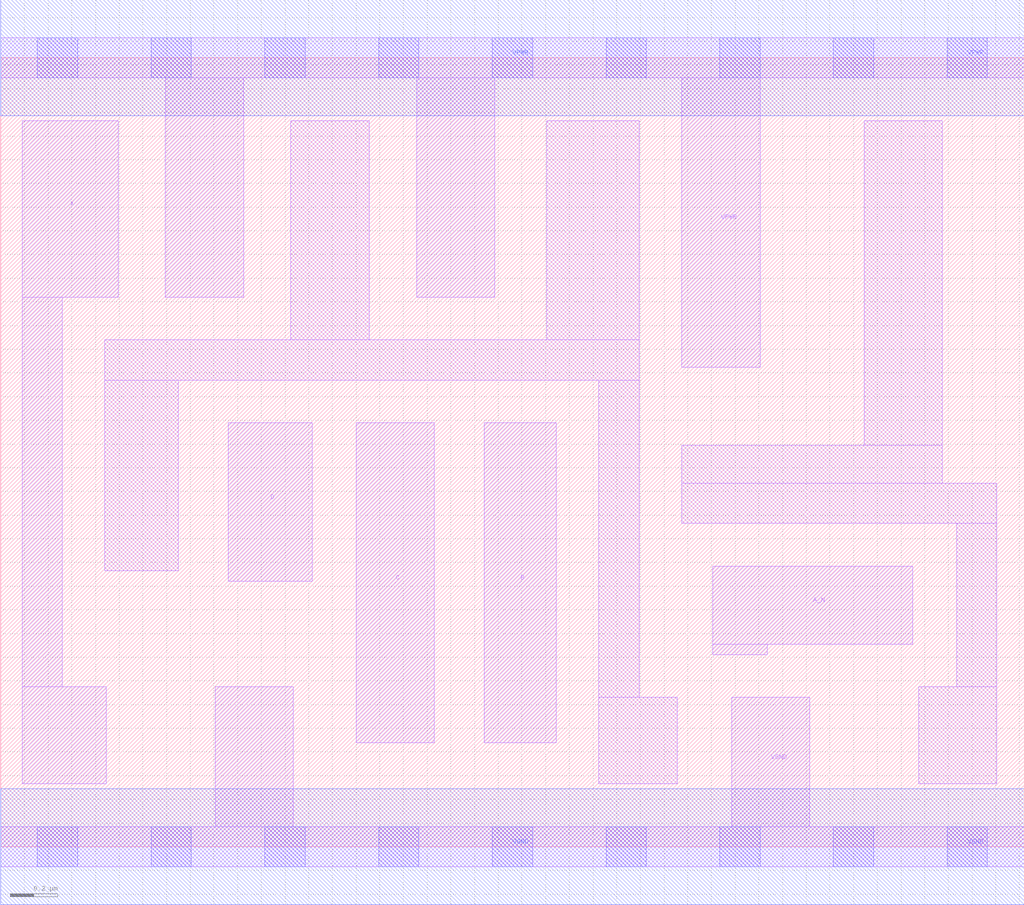
<source format=lef>
# Copyright 2020 The SkyWater PDK Authors
#
# Licensed under the Apache License, Version 2.0 (the "License");
# you may not use this file except in compliance with the License.
# You may obtain a copy of the License at
#
#     https://www.apache.org/licenses/LICENSE-2.0
#
# Unless required by applicable law or agreed to in writing, software
# distributed under the License is distributed on an "AS IS" BASIS,
# WITHOUT WARRANTIES OR CONDITIONS OF ANY KIND, either express or implied.
# See the License for the specific language governing permissions and
# limitations under the License.
#
# SPDX-License-Identifier: Apache-2.0

VERSION 5.7 ;
  NAMESCASESENSITIVE ON ;
  NOWIREEXTENSIONATPIN ON ;
  DIVIDERCHAR "/" ;
  BUSBITCHARS "[]" ;
UNITS
  DATABASE MICRONS 200 ;
END UNITS
MACRO sky130_fd_sc_lp__and4b_lp
  CLASS CORE ;
  SOURCE USER ;
  FOREIGN sky130_fd_sc_lp__and4b_lp ;
  ORIGIN  0.000000  0.000000 ;
  SIZE  4.320000 BY  3.330000 ;
  SYMMETRY X Y R90 ;
  SITE unit ;
  PIN A_N
    ANTENNAGATEAREA  0.376000 ;
    DIRECTION INPUT ;
    USE SIGNAL ;
    PORT
      LAYER li1 ;
        RECT 3.005000 0.810000 3.235000 0.855000 ;
        RECT 3.005000 0.855000 3.850000 1.185000 ;
    END
  END A_N
  PIN B
    ANTENNAGATEAREA  0.313000 ;
    DIRECTION INPUT ;
    USE SIGNAL ;
    PORT
      LAYER li1 ;
        RECT 2.040000 0.440000 2.345000 1.790000 ;
    END
  END B
  PIN C
    ANTENNAGATEAREA  0.313000 ;
    DIRECTION INPUT ;
    USE SIGNAL ;
    PORT
      LAYER li1 ;
        RECT 1.500000 0.440000 1.830000 1.790000 ;
    END
  END C
  PIN D
    ANTENNAGATEAREA  0.313000 ;
    DIRECTION INPUT ;
    USE SIGNAL ;
    PORT
      LAYER li1 ;
        RECT 0.960000 1.120000 1.315000 1.790000 ;
    END
  END D
  PIN X
    ANTENNADIFFAREA  0.404700 ;
    DIRECTION OUTPUT ;
    USE SIGNAL ;
    PORT
      LAYER li1 ;
        RECT 0.090000 0.265000 0.445000 0.675000 ;
        RECT 0.090000 0.675000 0.260000 2.320000 ;
        RECT 0.090000 2.320000 0.495000 3.065000 ;
    END
  END X
  PIN VGND
    DIRECTION INOUT ;
    USE GROUND ;
    PORT
      LAYER li1 ;
        RECT 0.000000 -0.085000 4.320000 0.085000 ;
        RECT 0.905000  0.085000 1.235000 0.675000 ;
        RECT 3.085000  0.085000 3.415000 0.630000 ;
      LAYER mcon ;
        RECT 0.155000 -0.085000 0.325000 0.085000 ;
        RECT 0.635000 -0.085000 0.805000 0.085000 ;
        RECT 1.115000 -0.085000 1.285000 0.085000 ;
        RECT 1.595000 -0.085000 1.765000 0.085000 ;
        RECT 2.075000 -0.085000 2.245000 0.085000 ;
        RECT 2.555000 -0.085000 2.725000 0.085000 ;
        RECT 3.035000 -0.085000 3.205000 0.085000 ;
        RECT 3.515000 -0.085000 3.685000 0.085000 ;
        RECT 3.995000 -0.085000 4.165000 0.085000 ;
      LAYER met1 ;
        RECT 0.000000 -0.245000 4.320000 0.245000 ;
    END
  END VGND
  PIN VPWR
    DIRECTION INOUT ;
    USE POWER ;
    PORT
      LAYER li1 ;
        RECT 0.000000 3.245000 4.320000 3.415000 ;
        RECT 0.695000 2.320000 1.025000 3.245000 ;
        RECT 1.755000 2.320000 2.085000 3.245000 ;
        RECT 2.875000 2.025000 3.205000 3.245000 ;
      LAYER mcon ;
        RECT 0.155000 3.245000 0.325000 3.415000 ;
        RECT 0.635000 3.245000 0.805000 3.415000 ;
        RECT 1.115000 3.245000 1.285000 3.415000 ;
        RECT 1.595000 3.245000 1.765000 3.415000 ;
        RECT 2.075000 3.245000 2.245000 3.415000 ;
        RECT 2.555000 3.245000 2.725000 3.415000 ;
        RECT 3.035000 3.245000 3.205000 3.415000 ;
        RECT 3.515000 3.245000 3.685000 3.415000 ;
        RECT 3.995000 3.245000 4.165000 3.415000 ;
      LAYER met1 ;
        RECT 0.000000 3.085000 4.320000 3.575000 ;
    END
  END VPWR
  OBS
    LAYER li1 ;
      RECT 0.440000 1.165000 0.750000 1.970000 ;
      RECT 0.440000 1.970000 2.695000 2.140000 ;
      RECT 1.225000 2.140000 1.555000 3.065000 ;
      RECT 2.305000 2.140000 2.695000 3.065000 ;
      RECT 2.525000 0.265000 2.855000 0.630000 ;
      RECT 2.525000 0.630000 2.695000 1.970000 ;
      RECT 2.875000 1.365000 4.205000 1.535000 ;
      RECT 2.875000 1.535000 3.975000 1.695000 ;
      RECT 3.645000 1.695000 3.975000 3.065000 ;
      RECT 3.875000 0.265000 4.205000 0.675000 ;
      RECT 4.035000 0.675000 4.205000 1.365000 ;
  END
END sky130_fd_sc_lp__and4b_lp

</source>
